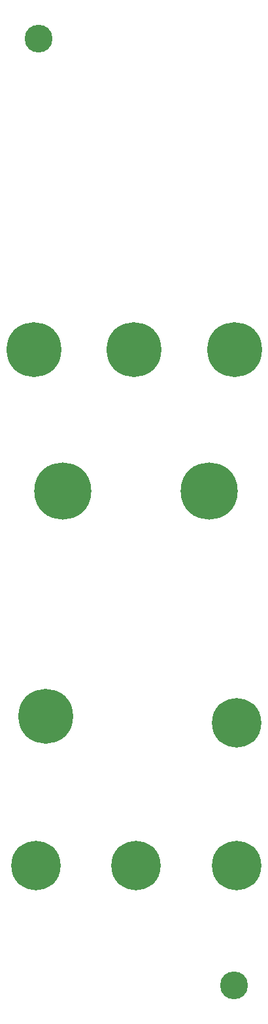
<source format=gbr>
G04 #@! TF.FileFunction,Soldermask,Top*
%FSLAX46Y46*%
G04 Gerber Fmt 4.6, Leading zero omitted, Abs format (unit mm)*
G04 Created by KiCad (PCBNEW 4.0.7) date 11/03/18 15:48:41*
%MOMM*%
%LPD*%
G01*
G04 APERTURE LIST*
%ADD10C,0.100000*%
%ADD11C,7.100000*%
%ADD12C,7.400000*%
%ADD13C,6.400000*%
%ADD14C,3.600000*%
G04 APERTURE END LIST*
D10*
D11*
X122750000Y-83250000D03*
X135750000Y-83250000D03*
X109750000Y-83250000D03*
X111300000Y-130700000D03*
D12*
X132500000Y-101500000D03*
X113500000Y-101500000D03*
D13*
X136000000Y-131500000D03*
X110000000Y-150000000D03*
X136000000Y-150000000D03*
X123000000Y-150000000D03*
D14*
X110400000Y-43000000D03*
X135700000Y-165500000D03*
M02*

</source>
